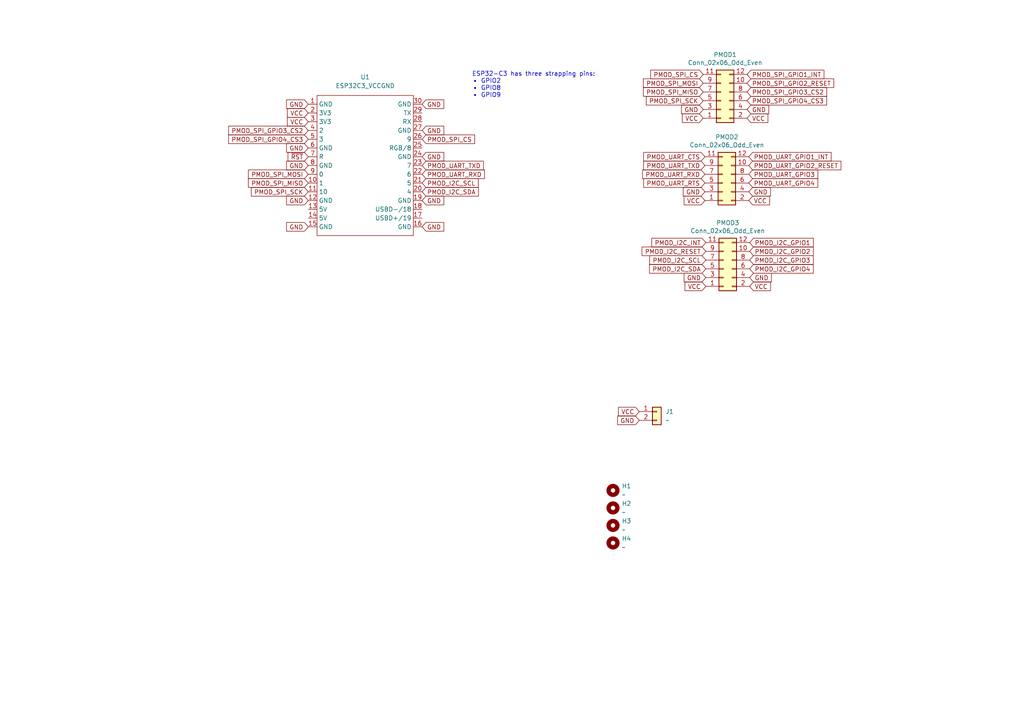
<source format=kicad_sch>
(kicad_sch (version 20211123) (generator eeschema)
  (paper "A4")
  (lib_symbols
    (symbol "AvS_Boards:ESP32C3_VCCGND"
      (property "Reference" "U" (at 0 0 0))
      (property "Value" "ESP32C3_VCCGND" (at 0 21.59 0))
      (symbol "ESP32C3_VCCGND_0_1"
        (rectangle (start -13.97 20.32) (end 13.97 -20.32))
      )
      (symbol "ESP32C3_VCCGND_1_1"
        (pin power_in line (at -16.51 17.78 0) (length 2.54) (name "GND") (number "1"))
        (pin bidirectional line (at -16.51 -5.08 0) (length 2.54) (name "1") (number "10"))
        (pin bidirectional line (at -16.51 -7.62 0) (length 2.54) (name "10") (number "11"))
        (pin bidirectional line (at -16.51 -10.16 0) (length 2.54) (name "GND") (number "12"))
        (pin bidirectional line (at -16.51 -12.7 0) (length 2.54) (name "5V") (number "13"))
        (pin bidirectional line (at -16.51 -15.24 0) (length 2.54) (name "5V") (number "14"))
        (pin bidirectional line (at -16.51 -17.78 0) (length 2.54) (name "GND") (number "15"))
        (pin bidirectional line (at 16.51 -17.78 180) (length 2.54) (name "GND") (number "16"))
        (pin bidirectional line (at 16.51 -15.24 180) (length 2.54) (name "USBD+/19") (number "17"))
        (pin bidirectional line (at 16.51 -12.7 180) (length 2.54) (name "USBD-/18") (number "18"))
        (pin bidirectional line (at 16.51 -10.16 180) (length 2.54) (name "GND") (number "19"))
        (pin power_in line (at -16.51 15.24 0) (length 2.54) (name "3V3") (number "2"))
        (pin bidirectional line (at 16.51 -7.62 180) (length 2.54) (name "4") (number "20"))
        (pin bidirectional line (at 16.51 -5.08 180) (length 2.54) (name "5") (number "21"))
        (pin bidirectional line (at 16.51 -2.54 180) (length 2.54) (name "6") (number "22"))
        (pin bidirectional line (at 16.51 0 180) (length 2.54) (name "7") (number "23"))
        (pin bidirectional line (at 16.51 2.54 180) (length 2.54) (name "GND") (number "24"))
        (pin bidirectional line (at 16.51 5.08 180) (length 2.54) (name "RGB/8") (number "25"))
        (pin bidirectional line (at 16.51 7.62 180) (length 2.54) (name "9") (number "26"))
        (pin bidirectional line (at 16.51 10.16 180) (length 2.54) (name "GND") (number "27"))
        (pin bidirectional line (at 16.51 12.7 180) (length 2.54) (name "RX") (number "28"))
        (pin bidirectional line (at 16.51 15.24 180) (length 2.54) (name "TX") (number "29"))
        (pin power_in line (at -16.51 12.7 0) (length 2.54) (name "3V3") (number "3"))
        (pin bidirectional line (at 16.51 17.78 180) (length 2.54) (name "GND") (number "30"))
        (pin bidirectional line (at -16.51 10.16 0) (length 2.54) (name "2") (number "4"))
        (pin bidirectional line (at -16.51 7.62 0) (length 2.54) (name "3") (number "5"))
        (pin bidirectional line (at -16.51 5.08 0) (length 2.54) (name "GND") (number "6"))
        (pin bidirectional line (at -16.51 2.54 0) (length 2.54) (name "R") (number "7"))
        (pin bidirectional line (at -16.51 0 0) (length 2.54) (name "GND") (number "8"))
        (pin bidirectional line (at -16.51 -2.54 0) (length 2.54) (name "0") (number "9"))
      )
    )
    (symbol "Connector_Generic:Conn_01x02" (pin_names (offset 1.016) hide)
      (property "Reference" "J" (at 0 2.54 0))
      (property "Value" "Conn_01x02" (at 0 -5.08 0))
      (symbol "Conn_01x02_1_1"
        (rectangle (start -1.27 -2.413) (end 0 -2.667) (stroke (width 0.1524)))
        (rectangle (start -1.27 0.127) (end 0 -0.127) (stroke (width 0.1524)))
        (rectangle (start -1.27 1.27) (end 1.27 -3.81) (stroke (width 0.254)) (fill (type background)))
        (pin passive line (at -5.08 0 0) (length 3.81) (name "Pin_1") (number "1"))
        (pin passive line (at -5.08 -2.54 0) (length 3.81) (name "Pin_2") (number "2"))
      )
    )
    (symbol "Connector_Generic:Conn_02x06_Odd_Even" (pin_names (offset 1.016) hide)
      (property "Reference" "J" (at 1.27 7.62 0))
      (property "Value" "Conn_02x06_Odd_Even" (at 1.27 -10.16 0))
      (symbol "Conn_02x06_Odd_Even_1_1"
        (rectangle (start -1.27 -7.493) (end 0 -7.747) (stroke (width 0.1524)))
        (rectangle (start -1.27 -4.953) (end 0 -5.207) (stroke (width 0.1524)))
        (rectangle (start -1.27 -2.413) (end 0 -2.667) (stroke (width 0.1524)))
        (rectangle (start -1.27 0.127) (end 0 -0.127) (stroke (width 0.1524)))
        (rectangle (start -1.27 2.667) (end 0 2.413) (stroke (width 0.1524)))
        (rectangle (start -1.27 5.207) (end 0 4.953) (stroke (width 0.1524)))
        (rectangle (start -1.27 6.35) (end 3.81 -8.89) (stroke (width 0.254)) (fill (type background)))
        (rectangle (start 3.81 -7.493) (end 2.54 -7.747) (stroke (width 0.1524)))
        (rectangle (start 3.81 -4.953) (end 2.54 -5.207) (stroke (width 0.1524)))
        (rectangle (start 3.81 -2.413) (end 2.54 -2.667) (stroke (width 0.1524)))
        (rectangle (start 3.81 0.127) (end 2.54 -0.127) (stroke (width 0.1524)))
        (rectangle (start 3.81 2.667) (end 2.54 2.413) (stroke (width 0.1524)))
        (rectangle (start 3.81 5.207) (end 2.54 4.953) (stroke (width 0.1524)))
        (pin passive line (at -5.08 5.08 0) (length 3.81) (name "Pin_1") (number "1"))
        (pin passive line (at 7.62 -5.08 180) (length 3.81) (name "Pin_10") (number "10"))
        (pin passive line (at -5.08 -7.62 0) (length 3.81) (name "Pin_11") (number "11"))
        (pin passive line (at 7.62 -7.62 180) (length 3.81) (name "Pin_12") (number "12"))
        (pin passive line (at 7.62 5.08 180) (length 3.81) (name "Pin_2") (number "2"))
        (pin passive line (at -5.08 2.54 0) (length 3.81) (name "Pin_3") (number "3"))
        (pin passive line (at 7.62 2.54 180) (length 3.81) (name "Pin_4") (number "4"))
        (pin passive line (at -5.08 0 0) (length 3.81) (name "Pin_5") (number "5"))
        (pin passive line (at 7.62 0 180) (length 3.81) (name "Pin_6") (number "6"))
        (pin passive line (at -5.08 -2.54 0) (length 3.81) (name "Pin_7") (number "7"))
        (pin passive line (at 7.62 -2.54 180) (length 3.81) (name "Pin_8") (number "8"))
        (pin passive line (at -5.08 -5.08 0) (length 3.81) (name "Pin_9") (number "9"))
      )
    )
    (symbol "Mechanical:MountingHole" (pin_names (offset 1.016))
      (property "Reference" "H" (at 0 5.08 0))
      (property "Value" "MountingHole" (at 0 3.175 0))
      (symbol "MountingHole_0_1"
        (circle (center 0 0) (radius 1.27) (stroke (width 1.27)))
      )
    )
  )
  (text "ESP32-C3 has three strapping pins:\n• GPIO2\n• GPIO8\n• GPIO9" (at 136.906 28.448 0) (effects (font (size 1.27 1.27)) (justify left bottom)))
  (global_label "GND" (shape input) (at 217.424 80.518 0) (property "Intersheet-verwijzingen" "${INTERSHEET_REFS}" (effects hide)))
  (global_label "PMOD_UART_RXD" (shape input) (at 122.428 50.546 0) (property "Intersheet-verwijzingen" "${INTERSHEET_REFS}" (effects hide)))
  (global_label "PMOD_I2C_INT" (shape input) (at 204.724 70.358 180) (property "Intersheet-verwijzingen" "${INTERSHEET_REFS}" (effects hide)))
  (global_label "GND" (shape input) (at 89.408 48.006 180) (property "Intersheet-verwijzingen" "${INTERSHEET_REFS}" (effects hide)))
  (global_label "VCC" (shape input) (at 185.42 119.38 180) (property "Intersheet-verwijzingen" "${INTERSHEET_REFS}" (effects hide)))
  (global_label "GND" (shape input) (at 216.662 31.75 0) (property "Intersheet-verwijzingen" "${INTERSHEET_REFS}" (effects hide)))
  (global_label "GND" (shape input) (at 89.408 30.226 180) (property "Intersheet-verwijzingen" "${INTERSHEET_REFS}" (effects hide)))
  (global_label "PMOD_UART_GPIO4" (shape input) (at 217.17 53.086 0) (property "Intersheet-verwijzingen" "${INTERSHEET_REFS}" (effects hide)))
  (global_label "PMOD_UART_TXD" (shape input) (at 204.47 48.006 180) (property "Intersheet-verwijzingen" "${INTERSHEET_REFS}" (effects hide)))
  (global_label "GND" (shape input) (at 122.428 65.786 0) (property "Intersheet-verwijzingen" "${INTERSHEET_REFS}" (effects hide)))
  (global_label "PMOD_SPI_GPIO1_INT" (shape input) (at 216.662 21.59 0) (property "Intersheet-verwijzingen" "${INTERSHEET_REFS}" (effects hide)))
  (global_label "GND" (shape input) (at 122.428 58.166 0) (property "Intersheet-verwijzingen" "${INTERSHEET_REFS}" (effects hide)))
  (global_label "GND" (shape input) (at 217.17 55.626 0) (property "Intersheet-verwijzingen" "${INTERSHEET_REFS}" (effects hide)))
  (global_label "PMOD_UART_RXD" (shape input) (at 204.47 50.546 180) (property "Intersheet-verwijzingen" "${INTERSHEET_REFS}" (effects hide)))
  (global_label "PMOD_UART_TXD" (shape input) (at 122.428 48.006 0) (property "Intersheet-verwijzingen" "${INTERSHEET_REFS}" (effects hide)))
  (global_label "PMOD_SPI_GPIO4_CS3" (shape input) (at 216.662 29.21 0) (property "Intersheet-verwijzingen" "${INTERSHEET_REFS}" (effects hide)))
  (global_label "PMOD_I2C_GPIO3" (shape input) (at 217.424 75.438 0) (property "Intersheet-verwijzingen" "${INTERSHEET_REFS}" (effects hide)))
  (global_label "GND" (shape input) (at 89.408 65.786 180) (property "Intersheet-verwijzingen" "${INTERSHEET_REFS}" (effects hide)))
  (global_label "GND" (shape input) (at 122.428 37.846 0) (property "Intersheet-verwijzingen" "${INTERSHEET_REFS}" (effects hide)))
  (global_label "PMOD_UART_GPIO1_INT" (shape input) (at 217.17 45.466 0) (property "Intersheet-verwijzingen" "${INTERSHEET_REFS}" (effects hide)))
  (global_label "PMOD_SPI_GPIO3_CS2" (shape input) (at 216.662 26.67 0) (property "Intersheet-verwijzingen" "${INTERSHEET_REFS}" (effects hide)))
  (global_label "PMOD_SPI_CS" (shape input) (at 203.962 21.59 180) (property "Intersheet-verwijzingen" "${INTERSHEET_REFS}" (effects hide)))
  (global_label "PMOD_SPI_MOSI" (shape input) (at 203.962 24.13 180) (property "Intersheet-verwijzingen" "${INTERSHEET_REFS}" (effects hide)))
  (global_label "VCC" (shape input) (at 217.424 83.058 0) (property "Intersheet-verwijzingen" "${INTERSHEET_REFS}" (effects hide)))
  (global_label "PMOD_SPI_SCK" (shape input) (at 203.962 29.21 180) (property "Intersheet-verwijzingen" "${INTERSHEET_REFS}" (effects hide)))
  (global_label "GND" (shape input) (at 122.428 30.226 0) (property "Intersheet-verwijzingen" "${INTERSHEET_REFS}" (effects hide)))
  (global_label "PMOD_SPI_CS" (shape input) (at 122.428 40.386 0) (property "Intersheet-verwijzingen" "${INTERSHEET_REFS}" (effects hide)))
  (global_label "GND" (shape input) (at 122.428 45.466 0) (property "Intersheet-verwijzingen" "${INTERSHEET_REFS}" (effects hide)))
  (global_label "GND" (shape input) (at 204.47 55.626 180) (property "Intersheet-verwijzingen" "${INTERSHEET_REFS}" (effects hide)))
  (global_label "GND" (shape input) (at 89.408 42.926 180) (property "Intersheet-verwijzingen" "${INTERSHEET_REFS}" (effects hide)))
  (global_label "VCC" (shape input) (at 204.724 83.058 180) (property "Intersheet-verwijzingen" "${INTERSHEET_REFS}" (effects hide)))
  (global_label "PMOD_I2C_SCL" (shape input) (at 204.724 75.438 180) (property "Intersheet-verwijzingen" "${INTERSHEET_REFS}" (effects hide)))
  (global_label "PMOD_I2C_GPIO4" (shape input) (at 217.424 77.978 0) (property "Intersheet-verwijzingen" "${INTERSHEET_REFS}" (effects hide)))
  (global_label "VCC" (shape input) (at 204.47 58.166 180) (property "Intersheet-verwijzingen" "${INTERSHEET_REFS}" (effects hide)))
  (global_label "PMOD_UART_CTS" (shape input) (at 204.47 45.466 180) (property "Intersheet-verwijzingen" "${INTERSHEET_REFS}" (effects hide)))
  (global_label "PMOD_SPI_MISO" (shape input) (at 203.962 26.67 180) (property "Intersheet-verwijzingen" "${INTERSHEET_REFS}" (effects hide)))
  (global_label "PMOD_UART_RTS" (shape input) (at 204.47 53.086 180) (property "Intersheet-verwijzingen" "${INTERSHEET_REFS}" (effects hide)))
  (global_label "VCC" (shape input) (at 89.408 35.306 180) (property "Intersheet-verwijzingen" "${INTERSHEET_REFS}" (effects hide)))
  (global_label "VCC" (shape input) (at 89.408 32.766 180) (property "Intersheet-verwijzingen" "${INTERSHEET_REFS}" (effects hide)))
  (global_label "PMOD_SPI_GPIO2_RESET" (shape input) (at 216.662 24.13 0) (property "Intersheet-verwijzingen" "${INTERSHEET_REFS}" (effects hide)))
  (global_label "PMOD_SPI_SCK" (shape input) (at 89.408 55.626 180) (property "Intersheet-verwijzingen" "${INTERSHEET_REFS}" (effects hide)))
  (global_label "GND" (shape input) (at 89.408 58.166 180) (property "Intersheet-verwijzingen" "${INTERSHEET_REFS}" (effects hide)))
  (global_label "PMOD_UART_GPIO2_RESET" (shape input) (at 217.17 48.006 0) (property "Intersheet-verwijzingen" "${INTERSHEET_REFS}" (effects hide)))
  (global_label "PMOD_SPI_MISO" (shape input) (at 89.408 53.086 180) (property "Intersheet-verwijzingen" "${INTERSHEET_REFS}" (effects hide)))
  (global_label "PMOD_SPI_MOSI" (shape input) (at 89.408 50.546 180) (property "Intersheet-verwijzingen" "${INTERSHEET_REFS}" (effects hide)))
  (global_label "GND" (shape input) (at 203.962 31.75 180) (property "Intersheet-verwijzingen" "${INTERSHEET_REFS}" (effects hide)))
  (global_label "PMOD_I2C_SCL" (shape input) (at 122.428 53.086 0) (property "Intersheet-verwijzingen" "${INTERSHEET_REFS}" (effects hide)))
  (global_label "PMOD_UART_GPIO3" (shape input) (at 217.17 50.546 0) (property "Intersheet-verwijzingen" "${INTERSHEET_REFS}" (effects hide)))
  (global_label "~{RST}" (shape input) (at 89.408 45.466 180) (property "Intersheet-verwijzingen" "${INTERSHEET_REFS}" (effects hide)))
  (global_label "PMOD_SPI_GPIO4_CS3" (shape input) (at 89.408 40.386 180) (property "Intersheet-verwijzingen" "${INTERSHEET_REFS}" (effects hide)))
  (global_label "PMOD_I2C_SDA" (shape input) (at 204.724 77.978 180) (property "Intersheet-verwijzingen" "${INTERSHEET_REFS}" (effects hide)))
  (global_label "GND" (shape input) (at 204.724 80.518 180) (property "Intersheet-verwijzingen" "${INTERSHEET_REFS}" (effects hide)))
  (global_label "PMOD_I2C_SDA" (shape input) (at 122.428 55.626 0) (property "Intersheet-verwijzingen" "${INTERSHEET_REFS}" (effects hide)))
  (global_label "PMOD_I2C_RESET" (shape input) (at 204.724 72.898 180) (property "Intersheet-verwijzingen" "${INTERSHEET_REFS}" (effects hide)))
  (global_label "PMOD_SPI_GPIO3_CS2" (shape input) (at 89.408 37.846 180) (property "Intersheet-verwijzingen" "${INTERSHEET_REFS}" (effects hide)))
  (global_label "PMOD_I2C_GPIO2" (shape input) (at 217.424 72.898 0) (property "Intersheet-verwijzingen" "${INTERSHEET_REFS}" (effects hide)))
  (global_label "PMOD_I2C_GPIO1" (shape input) (at 217.424 70.358 0) (property "Intersheet-verwijzingen" "${INTERSHEET_REFS}" (effects hide)))
  (global_label "VCC" (shape input) (at 203.962 34.29 180) (property "Intersheet-verwijzingen" "${INTERSHEET_REFS}" (effects hide)))
  (global_label "VCC" (shape input) (at 217.17 58.166 0) (property "Intersheet-verwijzingen" "${INTERSHEET_REFS}" (effects hide)))
  (global_label "VCC" (shape input) (at 216.662 34.29 0) (property "Intersheet-verwijzingen" "${INTERSHEET_REFS}" (effects hide)))
  (global_label "GND" (shape input) (at 185.42 121.92 180) (property "Intersheet-verwijzingen" "${INTERSHEET_REFS}" (effects hide)))
  (symbol (lib_id "Connector_Generic:Conn_02x06_Odd_Even") (at 209.804 77.978 0) (mirror x) (unit 1)
    (property "Reference" "PMOD3" (at 211.074 64.643 0))
    (property "Value" "Conn_02x06_Odd_Even" (at 211.074 66.9544 0))
    (property "Footprint" "Connector_PinSocket_2.54mm:PinSocket_2x06_P2.54mm_Horizontal" (effects hide))
  )
  (symbol (lib_id "Connector_Generic:Conn_02x06_Odd_Even") (at 209.042 29.21 0) (mirror x) (unit 1)
    (property "Reference" "PMOD1" (at 210.312 15.875 0))
    (property "Value" "Conn_02x06_Odd_Even" (at 210.312 18.1864 0))
    (property "Footprint" "Connector_PinSocket_2.54mm:PinSocket_2x06_P2.54mm_Horizontal" (effects hide))
  )
  (symbol (lib_id "Connector_Generic:Conn_02x06_Odd_Even") (at 209.55 53.086 0) (mirror x) (unit 1)
    (property "Reference" "PMOD2" (at 210.82 39.751 0))
    (property "Value" "Conn_02x06_Odd_Even" (at 210.82 42.0624 0))
    (property "Footprint" "Connector_PinSocket_2.54mm:PinSocket_2x06_P2.54mm_Horizontal" (effects hide))
  )
  (symbol (lib_id "Mechanical:MountingHole") (at 177.8 142.24 0) (unit 1)
    (property "Reference" "H1" (at 180.34 140.9699 0) (effects (justify left)))
    (property "Value" "~" (at 180.34 143.5099 0) (effects (justify left)))
    (property "Footprint" "MountingHole:MountingHole_3.2mm_M3_Pad_Via" (effects hide))
  )
  (symbol (lib_id "Connector_Generic:Conn_01x02") (at 190.5 119.38 0) (unit 1)
    (property "Reference" "J1" (at 193.04 119.3799 0) (effects (justify left)))
    (property "Value" "~" (at 193.04 121.9199 0) (effects (justify left)))
    (property "Footprint" "Connector_PinHeader_2.54mm:PinHeader_1x02_P2.54mm_Vertical" (effects hide))
  )
  (symbol (lib_id "Mechanical:MountingHole") (at 177.8 152.4 0) (unit 1)
    (property "Reference" "H3" (at 180.34 151.1299 0) (effects (justify left)))
    (property "Value" "~" (at 180.34 153.6699 0) (effects (justify left)))
    (property "Footprint" "MountingHole:MountingHole_3.2mm_M3_Pad_Via" (effects hide))
  )
  (symbol (lib_id "AvS_Boards:ESP32C3_VCCGND") (at 105.918 48.006 0) (unit 1)
    (property "Reference" "U1" (at 105.918 22.352 0))
    (property "Value" "ESP32C3_VCCGND" (at 105.918 24.892 0))
    (property "Footprint" "AvS_CoreBoards:ESP32C3_VCCGND" (effects hide))
  )
  (symbol (lib_id "Mechanical:MountingHole") (at 177.8 147.32 0) (unit 1)
    (property "Reference" "H2" (at 180.34 146.0499 0) (effects (justify left)))
    (property "Value" "~" (at 180.34 148.5899 0) (effects (justify left)))
    (property "Footprint" "MountingHole:MountingHole_3.2mm_M3_Pad_Via" (effects hide))
  )
  (symbol (lib_id "Mechanical:MountingHole") (at 177.8 157.48 0) (unit 1)
    (property "Reference" "H4" (at 180.34 156.2099 0) (effects (justify left)))
    (property "Value" "~" (at 180.34 158.7499 0) (effects (justify left)))
    (property "Footprint" "MountingHole:MountingHole_3.2mm_M3_Pad_Via" (effects hide))
  )
)
</source>
